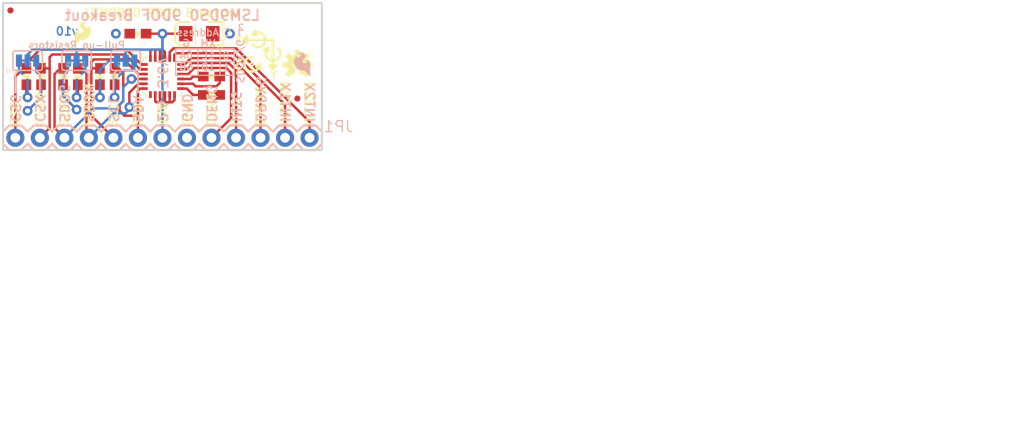
<source format=kicad_pcb>
(kicad_pcb (version 20211014) (generator pcbnew)
  (layers (0 "F.Cu" signal) (31 "B.Cu" signal) (34 "B.Paste" user) (35 "F.Paste" user) (36 "B.SilkS" user "B.Silkscreen") (37 "F.SilkS" user "F.Silkscreen") (38 "B.Mask" user) (39 "F.Mask" user) (44 "Edge.Cuts" user))
  (net 0 "")
  (net 1 "N$1")
  (net 2 "N$2")
  (net 3 "N$3")
  (net 4 "GND")
  (net 5 "VCC")
  (net 6 "SDA")
  (net 7 "SCL")
  (net 8 "N$6")
  (net 9 "N$7")
  (net 10 "INT2_XM")
  (net 11 "INT1_XM")
  (net 12 "DRDY_G")
  (net 13 "INT_G")
  (net 14 "DEN_G")
  (net 15 "CS_G")
  (net 16 "SDO_G")
  (net 17 "CS_XM")
  (net 18 "SDO_XM")
  (net 19 "N$4")
  (net 20 "N$5")
  (net 21 "N$12")
  (net 22 "N$13")
  (net 23 "N$8")
  (net 24 "N$9")
  (net 25 "N$10")
  (net 26 "N$11")
  (net 27 "N$14")
  (net 28 "N$15")
  (footprint "boardEagle:0603-CAP" (layer "F.Cu") (at 153.5811 105.0036)
    (fp_text reference "C2" (at -0.889 -0.762) (layer "F.SilkS") (effects (font (size 0.373888 0.373888) (thickness 0.032512)) (justify left bottom)))
    (fp_text value "0.22uF")
    (pad "1" smd rect (at -0.85 0) (size 1.1 1) (layers "F.Cu" "F.Paste" "F.Mask") (net 1 "N$1"))
    (pad "2" smd rect (at 0.85 0) (size 1.1 1) (layers "F.Cu" "F.Paste" "F.Mask") (net 2 "N$2"))
  )
  (footprint "boardEagle:0603-RES" (layer "F.Cu") (at 135.9281 105.0036 -90)
    (fp_text reference "R4" (at -0.889 -0.762 -90) (layer "F.SilkS") (effects (font (size 0.373888 0.373888) (thickness 0.032512)) (justify left bottom)))
    (fp_text value "10k")
    (pad "1" smd rect (at -0.85 0 270) (size 1.1 1) (layers "F.Cu" "F.Paste" "F.Mask") (net 17 "CS_XM"))
    (pad "2" smd rect (at 0.85 0 270) (size 1.1 1) (layers "F.Cu" "F.Paste" "F.Mask") (net 20 "N$5"))
  )
  (footprint "boardEagle:0603-RES" (layer "F.Cu") (at 142.0241 105.0036 -90)
    (fp_text reference "R2" (at -0.889 -0.762 -90) (layer "F.SilkS") (effects (font (size 0.373888 0.373888) (thickness 0.032512)) (justify left bottom)))
    (fp_text value "10k")
    (pad "1" smd rect (at -0.85 0 270) (size 1.1 1) (layers "F.Cu" "F.Paste" "F.Mask") (net 7 "SCL"))
    (pad "2" smd rect (at 0.85 0 270) (size 1.1 1) (layers "F.Cu" "F.Paste" "F.Mask") (net 9 "N$7"))
  )
  (footprint "boardEagle:0603-RES" (layer "F.Cu") (at 143.5481 105.0036 -90)
    (fp_text reference "R1" (at -0.889 -0.762 -90) (layer "F.SilkS") (effects (font (size 0.373888 0.373888) (thickness 0.032512)) (justify left bottom)))
    (fp_text value "10k")
    (pad "1" smd rect (at -0.85 0 270) (size 1.1 1) (layers "F.Cu" "F.Paste" "F.Mask") (net 6 "SDA"))
    (pad "2" smd rect (at 0.85 0 270) (size 1.1 1) (layers "F.Cu" "F.Paste" "F.Mask") (net 8 "N$6"))
  )
  (footprint "boardEagle:EIA3216" (layer "F.Cu") (at 152.3111 100.5586 180)
    (fp_text reference "C3" (at -2.54 -1.381 180) (layer "F.SilkS") (effects (font (size 0.373888 0.373888) (thickness 0.032512)) (justify right top)))
    (fp_text value "10uF")
    (pad "A" smd rect (at 1.4 0 270) (size 1.6 1.4) (layers "F.Cu" "F.Paste" "F.Mask") (net 5 "VCC"))
    (pad "C" smd rect (at -1.4 0 270) (size 1.6 1.4) (layers "F.Cu" "F.Paste" "F.Mask") (net 4 "GND"))
  )
  (footprint "boardEagle:MICRO-FIDUCIAL" (layer "F.Cu") (at 162.4711 107.2896)
    (fp_text reference "FID1" hide)
    (fp_text value "FIDUCIALUFIDUCIAL" hide)
    (pad "1" smd roundrect (at 0 0) (size 0.635 0.635) (layers "F.Cu" "F.Mask") (roundrect_rratio 0.5))
  )
  (footprint "boardEagle:0603-CAP" (layer "F.Cu") (at 153.5811 106.9086)
    (fp_text reference "C1" (at -0.889 -0.762) (layer "F.SilkS") (effects (font (size 0.373888 0.373888) (thickness 0.032512)) (justify left bottom)))
    (fp_text value "4.7uF")
    (pad "1" smd rect (at -0.85 0) (size 1.1 1) (layers "F.Cu" "F.Paste" "F.Mask") (net 3 "N$3"))
    (pad "2" smd rect (at 0.85 0) (size 1.1 1) (layers "F.Cu" "F.Paste" "F.Mask") (net 4 "GND"))
  )
  (footprint "boardEagle:SFE_LOGO_FLAME_.1" (layer "F.Cu") (at 139.1031 102.2096)
    (fp_text reference "LOGO3" hide)
    (fp_text value "SFE_LOGO_FLAME.1_INCH" hide)
  )
  (footprint "boardEagle:0603-RES" (layer "F.Cu") (at 138.2141 105.0036 -90)
    (fp_text reference "R6" (at -0.889 -0.762 -90) (layer "F.SilkS") (effects (font (size 0.373888 0.373888) (thickness 0.032512)) (justify left bottom)))
    (fp_text value "10k")
    (pad "1" smd rect (at -0.85 0 270) (size 1.1 1) (layers "F.Cu" "F.Paste" "F.Mask") (net 16 "SDO_G"))
    (pad "2" smd rect (at 0.85 0 270) (size 1.1 1) (layers "F.Cu" "F.Paste" "F.Mask") (net 22 "N$13"))
  )
  (footprint "boardEagle:0603-CAP" (layer "F.Cu") (at 145.9611 100.5586 180)
    (fp_text reference "C4" (at -0.889 -0.762 180) (layer "F.SilkS") (effects (font (size 0.373888 0.373888) (thickness 0.032512)) (justify right top)))
    (fp_text value "1.0uF")
    (pad "1" smd rect (at -0.85 0 180) (size 1.1 1) (layers "F.Cu" "F.Paste" "F.Mask") (net 5 "VCC"))
    (pad "2" smd rect (at 0.85 0 180) (size 1.1 1) (layers "F.Cu" "F.Paste" "F.Mask") (net 4 "GND"))
  )
  (footprint "boardEagle:LGA-24" (layer "F.Cu") (at 148.5011 105.0036 90)
    (fp_text reference "U1" (at 0 -1.143 90) (layer "F.SilkS") (effects (font (size 0.373888 0.373888) (thickness 0.032512))))
    (fp_text value "LSM9DS0")
    (pad "1" smd rect (at -1.875 -1.25 180) (size 0.29 0.7) (layers "F.Cu" "F.Paste" "F.Mask"))
    (pad "2" smd rect (at -1.875 -0.75 180) (size 0.29 0.7) (layers "F.Cu" "F.Paste" "F.Mask") (net 4 "GND"))
    (pad "3" smd rect (at -1.875 -0.25 180) (size 0.29 0.7) (layers "F.Cu" "F.Paste" "F.Mask") (net 4 "GND"))
    (pad "4" smd rect (at -1.875 0.25 180) (size 0.29 0.7) (layers "F.Cu" "F.Paste" "F.Mask") (net 4 "GND"))
    (pad "5" smd rect (at -1.875 0.75 180) (size 0.29 0.7) (layers "F.Cu" "F.Paste" "F.Mask") (net 4 "GND"))
    (pad "6" smd rect (at -1.875 1.25 180) (size 0.29 0.7) (layers "F.Cu" "F.Paste" "F.Mask") (net 4 "GND"))
    (pad "7" smd rect (at -1.25 1.875 270) (size 0.29 0.7) (layers "F.Cu" "F.Paste" "F.Mask") (net 3 "N$3"))
    (pad "8" smd rect (at -0.75 1.875 270) (size 0.29 0.7) (layers "F.Cu" "F.Paste" "F.Mask") (net 2 "N$2"))
    (pad "9" smd rect (at -0.25 1.875 270) (size 0.29 0.7) (layers "F.Cu" "F.Paste" "F.Mask") (net 1 "N$1"))
    (pad "10" smd rect (at 0.25 1.875 270) (size 0.29 0.7) (layers "F.Cu" "F.Paste" "F.Mask") (net 14 "DEN_G"))
    (pad "11" smd rect (at 0.75 1.875 270) (size 0.29 0.7) (layers "F.Cu" "F.Paste" "F.Mask") (net 13 "INT_G"))
    (pad "12" smd rect (at 1.25 1.875 270) (size 0.29 0.7) (layers "F.Cu" "F.Paste" "F.Mask") (net 12 "DRDY_G"))
    (pad "13" smd rect (at 1.875 1.25) (size 0.29 0.7) (layers "F.Cu" "F.Paste" "F.Mask") (net 11 "INT1_XM"))
    (pad "14" smd rect (at 1.875 0.75) (size 0.29 0.7) (layers "F.Cu" "F.Paste" "F.Mask") (net 10 "INT2_XM"))
    (pad "15" smd rect (at 1.875 0.25) (size 0.29 0.7) (layers "F.Cu" "F.Paste" "F.Mask") (net 5 "VCC"))
    (pad "16" smd rect (at 1.875 -0.25) (size 0.29 0.7) (layers "F.Cu" "F.Paste" "F.Mask") (net 5 "VCC"))
    (pad "17" smd rect (at 1.875 -0.75) (size 0.29 0.7) (layers "F.Cu" "F.Paste" "F.Mask") (net 5 "VCC"))
    (pad "18" smd rect (at 1.875 -1.25) (size 0.29 0.7) (layers "F.Cu" "F.Paste" "F.Mask") (net 5 "VCC"))
    (pad "19" smd rect (at 1.25 -1.875 90) (size 0.29 0.7) (layers "F.Cu" "F.Paste" "F.Mask") (net 15 "CS_G"))
    (pad "20" smd rect (at 0.75 -1.875 90) (size 0.29 0.7) (layers "F.Cu" "F.Paste" "F.Mask") (net 17 "CS_XM"))
    (pad "21" smd rect (at 0.25 -1.875 90) (size 0.29 0.7) (layers "F.Cu" "F.Paste" "F.Mask") (net 7 "SCL"))
    (pad "22" smd rect (at -0.25 -1.875 90) (size 0.29 0.7) (layers "F.Cu" "F.Paste" "F.Mask") (net 16 "SDO_G"))
    (pad "23" smd rect (at -0.75 -1.875 90) (size 0.29 0.7) (layers "F.Cu" "F.Paste" "F.Mask") (net 18 "SDO_XM"))
    (pad "24" smd rect (at -1.25 -1.875 90) (size 0.29 0.7) (layers "F.Cu" "F.Paste" "F.Mask") (net 6 "SDA"))
  )
  (footprint "boardEagle:0603-RES" (layer "F.Cu") (at 134.4041 105.0036 -90)
    (fp_text reference "R3" (at -0.889 -0.762 -90) (layer "F.SilkS") (effects (font (size 0.373888 0.373888) (thickness 0.032512)) (justify left bottom)))
    (fp_text value "10k")
    (pad "1" smd rect (at -0.85 0 270) (size 1.1 1) (layers "F.Cu" "F.Paste" "F.Mask") (net 15 "CS_G"))
    (pad "2" smd rect (at 0.85 0 270) (size 1.1 1) (layers "F.Cu" "F.Paste" "F.Mask") (net 19 "N$4"))
  )
  (footprint "boardEagle:STAND-OFF" (layer "F.Cu") (at 134.5311 99.9236)
    (fp_text reference "STANDOFF1" hide)
    (fp_text value "STAND-OFF" hide)
    (pad "" np_thru_hole circle (at 0 0) (size 3.302 3.302) (drill 3.302) (layers *.Cu *.Mask))
  )
  (footprint "boardEagle:MICRO-FIDUCIAL" (layer "F.Cu") (at 132.7531 98.1456)
    (fp_text reference "FID2" hide)
    (fp_text value "FIDUCIALUFIDUCIAL" hide)
    (pad "1" smd roundrect (at 0 0) (size 0.635 0.635) (layers "F.Cu" "F.Mask") (roundrect_rratio 0.5))
  )
  (footprint "boardEagle:STAND-OFF" (layer "F.Cu") (at 162.4711 99.9236)
    (fp_text reference "STANDOFF2" hide)
    (fp_text value "STAND-OFF" hide)
    (pad "" np_thru_hole circle (at 0 0) (size 3.302 3.302) (drill 3.302) (layers *.Cu *.Mask))
  )
  (footprint "boardEagle:CREATIVE_COMMONS" (layer "F.Cu") (at 154.8511 140.5636)
    (fp_text reference "FRAME1" hide)
    (fp_text value "FRAME-LETTER" hide)
  )
  (footprint "boardEagle:0603-RES" (layer "F.Cu") (at 139.7381 105.0036 -90)
    (fp_text reference "R5" (at -0.889 -0.762 -90) (layer "F.SilkS") (effects (font (size 0.373888 0.373888) (thickness 0.032512)) (justify left bottom)))
    (fp_text value "10k")
    (pad "1" smd rect (at -0.85 0 270) (size 1.1 1) (layers "F.Cu" "F.Paste" "F.Mask") (net 18 "SDO_XM"))
    (pad "2" smd rect (at 0.85 0 270) (size 1.1 1) (layers "F.Cu" "F.Paste" "F.Mask") (net 21 "N$12"))
  )
  (footprint "boardEagle:OSHW-LOGO-S" (layer "F.Cu") (at 162.4711 103.7971)
    (fp_text reference "LOGO1" hide)
    (fp_text value "OSHW-LOGOS" hide)
  )
  (footprint "boardEagle:SJ_3" (layer "B.Cu") (at 139.6111 103.3526)
    (fp_text reference "SJ3" (at -1.27 1.27 180) (layer "B.SilkS") (effects (font (size 0.373888 0.373888) (thickness 0.032512)) (justify left bottom mirror)))
    (fp_text value "")
    (pad "1" smd rect (at -0.889 0) (size 0.635 1.27) (layers "B.Cu" "B.Mask") (net 22 "N$13"))
    (pad "2" smd rect (at 0 0) (size 0.635 1.27) (layers "B.Cu" "B.Mask") (net 5 "VCC"))
    (pad "3" smd rect (at 0.889 0) (size 0.635 1.27) (layers "B.Cu" "B.Mask") (net 21 "N$12"))
  )
  (footprint "boardEagle:SJ_3" (layer "B.Cu") (at 144.6911 103.3526)
    (fp_text reference "SJ1" (at -1.27 1.27 180) (layer "B.SilkS") (effects (font (size 0.373888 0.373888) (thickness 0.032512)) (justify left bottom mirror)))
    (fp_text value "")
    (pad "1" smd rect (at -0.889 0) (size 0.635 1.27) (layers "B.Cu" "B.Mask") (net 9 "N$7"))
    (pad "2" smd rect (at 0 0) (size 0.635 1.27) (layers "B.Cu" "B.Mask") (net 5 "VCC"))
    (pad "3" smd rect (at 0.889 0) (size 0.635 1.27) (layers "B.Cu" "B.Mask") (net 8 "N$6"))
  )
  (footprint "boardEagle:1X13" (layer "B.Cu") (at 163.7411 111.3536 180)
    (fp_text reference "JP1" (at -1.3462 1.8288) (layer "B.SilkS") (effects (font (size 1.143 1.143) (thickness 0.127)) (justify right top mirror)))
    (fp_text value "M13")
    (pad "1" thru_hole circle (at 0 0 90) (size 1.8796 1.8796) (drill 1.016) (layers *.Cu *.Mask) (net 10 "INT2_XM"))
    (pad "2" thru_hole circle (at 2.54 0 90) (size 1.8796 1.8796) (drill 1.016) (layers *.Cu *.Mask) (net 11 "INT1_XM"))
    (pad "3" thru_hole circle (at 5.08 0 90) (size 1.8796 1.8796) (drill 1.016) (layers *.Cu *.Mask) (net 12 "DRDY_G"))
    (pad "4" thru_hole circle (at 7.62 0 90) (size 1.8796 1.8796) (drill 1.016) (layers *.Cu *.Mask) (net 13 "INT_G"))
    (pad "5" thru_hole circle (at 10.16 0 90) (size 1.8796 1.8796) (drill 1.016) (layers *.Cu *.Mask) (net 14 "DEN_G"))
    (pad "6" thru_hole circle (at 12.7 0 90) (size 1.8796 1.8796) (drill 1.016) (layers *.Cu *.Mask) (net 4 "GND"))
    (pad "7" thru_hole circle (at 15.24 0 90) (size 1.8796 1.8796) (drill 1.016) (layers *.Cu *.Mask) (net 5 "VCC"))
    (pad "8" thru_hole circle (at 17.78 0 90) (size 1.8796 1.8796) (drill 1.016) (layers *.Cu *.Mask) (net 6 "SDA"))
    (pad "9" thru_hole circle (at 20.32 0 90) (size 1.8796 1.8796) (drill 1.016) (layers *.Cu *.Mask) (net 7 "SCL"))
    (pad "10" thru_hole circle (at 22.86 0 90) (size 1.8796 1.8796) (drill 1.016) (layers *.Cu *.Mask) (net 18 "SDO_XM"))
    (pad "11" thru_hole circle (at 25.4 0 90) (size 1.8796 1.8796) (drill 1.016) (layers *.Cu *.Mask) (net 16 "SDO_G"))
    (pad "12" thru_hole circle (at 27.94 0 90) (size 1.8796 1.8796) (drill 1.016) (layers *.Cu *.Mask) (net 17 "CS_XM"))
    (pad "13" thru_hole circle (at 30.48 0 90) (size 1.8796 1.8796) (drill 1.016) (layers *.Cu *.Mask) (net 15 "CS_G"))
  )
  (footprint "boardEagle:SFE_LOGO_FLAME_.1" (layer "B.Cu") (at 164.1221 105.3846 180)
    (fp_text reference "LOGO2" hide)
    (fp_text value "SFE_LOGO_FLAME.1_INCH" hide)
  )
  (footprint "boardEagle:SJ_3" (layer "B.Cu") (at 134.5311 103.3526)
    (fp_text reference "SJ2" (at -1.27 1.27 180) (layer "B.SilkS") (effects (font (size 0.373888 0.373888) (thickness 0.032512)) (justify left bottom mirror)))
    (fp_text value "")
    (pad "1" smd rect (at -0.889 0) (size 0.635 1.27) (layers "B.Cu" "B.Mask") (net 19 "N$4"))
    (pad "2" smd rect (at 0 0) (size 0.635 1.27) (layers "B.Cu" "B.Mask") (net 5 "VCC"))
    (pad "3" smd rect (at 0.889 0) (size 0.635 1.27) (layers "B.Cu" "B.Mask") (net 20 "N$5"))
  )
  (gr_line (start 145.9611 104.7496) (end 145.6055 104.394) (layer "B.SilkS") (width 0.2032))
  (gr_line (start 152.1841 102.1334) (end 152.1841 104.8766) (layer "B.SilkS") (width 0.127))
  (gr_line (start 154.4701 102.1334) (end 154.4701 104.8766) (layer "B.SilkS") (width 0.127))
  (gr_line (start 133.6167 104.394) (end 133.2611 104.7496) (layer "B.SilkS") (width 0.2032))
  (gr_line (start 155.9179 102.1334) (end 155.9179 104.8766) (layer "B.SilkS") (width 0.127))
  (gr_line (start 145.9611 106.6546) (end 145.9611 104.7496) (layer "B.SilkS") (width 0.2032))
  (gr_line (start 149.8727 104.8766) (end 149.8727 103.4542) (layer "B.SilkS") (width 0.127))
  (gr_line (start 149.8727 102.1334) (end 152.1841 102.1334) (layer "B.SilkS") (width 0.127))
  (gr_line (start 138.3411 105.6386) (end 138.3411 104.7496) (layer "B.SilkS") (width 0.2032))
  (gr_line (start 138.6967 104.394) (end 138.3411 104.7496) (layer "B.SilkS") (width 0.2032))
  (gr_line (start 152.1841 104.8766) (end 149.8727 104.8766) (layer "B.SilkS") (width 0.127))
  (gr_line (start 143.7767 104.394) (end 143.4211 104.7496) (layer "B.SilkS") (width 0.2032))
  (gr_line (start 154.4701 102.1334) (end 155.9179 102.1334) (layer "B.SilkS") (width 0.127))
  (gr_line (start 149.8727 103.4542) (end 149.8727 102.1334) (layer "B.SilkS") (width 0.127))
  (gr_line (start 140.8811 105.6386) (end 140.8811 104.7496) (layer "B.SilkS") (width 0.2032))
  (gr_line (start 135.8011 106.6546) (end 135.8011 104.7496) (layer "B.SilkS") (width 0.2032))
  (gr_line (start 155.8925 103.4542) (end 149.8727 103.4542) (layer "B.SilkS") (width 0.127))
  (gr_line (start 143.4211 106.6546) (end 143.4211 104.7496) (layer "B.SilkS") (width 0.2032))
  (gr_line (start 154.4701 104.8766) (end 152.1841 104.8766) (layer "B.SilkS") (width 0.127))
  (gr_line (start 152.1841 102.1334) (end 154.4701 102.1334) (layer "B.SilkS") (width 0.127))
  (gr_line (start 155.9179 104.8766) (end 154.4701 104.8766) (layer "B.SilkS") (width 0.127))
  (gr_line (start 133.2611 106.6546) (end 133.2611 104.7496) (layer "B.SilkS") (width 0.2032))
  (gr_line (start 135.8011 104.7496) (end 135.4455 104.394) (layer "B.SilkS") (width 0.2032))
  (gr_line (start 140.8811 104.7496) (end 140.5255 104.394) (layer "B.SilkS") (width 0.2032))
  (gr_arc (start 160.487484 102.069944) (mid 159.905837 103.35218) (end 159.410446 102.034216) (layer "F.SilkS") (width 0.254))
  (gr_line (start 156.8831 101.1936) (end 157.2641 100.8126) (layer "F.SilkS") (width 0.254))
  (gr_line (start 157.2641 101.5746) (end 156.8831 101.1936) (layer "F.SilkS") (width 0.254))
  (gr_line (start 157.850715 100.672947) (end 158.248009 100.73165) (layer "F.SilkS") (width 0.254))
  (gr_line (start 159.9311 104.2416) (end 159.5501 103.8606) (layer "F.SilkS") (width 0.254))
  (gr_circle (center 157.7721 103.7336) (end 157.8356 103.7336) (layer "F.SilkS") (width 0.1778) (fill none))
  (gr_line (start 158.053021 100.270888) (end 157.850715 100.672947) (layer "F.SilkS") (width 0.254))
  (gr_line (start 158.6611 104.1654) (end 158.5341 103.7336) (layer "F.SilkS") (width 0.254))
  (gr_line (start 159.9311 101.1936) (end 156.8831 101.1936) (layer "F.SilkS") (width 0.254))
  (gr_line (start 159.008387 102.236522) (end 159.410446 102.034216) (layer "F.SilkS") (width 0.254))
  (gr_line (start 159.410446 102.034216) (end 159.46915 102.43151) (layer "F.SilkS") (width 0.254))
  (gr_line (start 158.4071 103.8606) (end 158.5341 103.8606) (layer "F.SilkS") (width 0.127))
  (gr_line (start 158.2039 103.9622) (end 158.6611 104.1654) (layer "F.SilkS") (width 0.254))
  (gr_line (start 158.081096 100.575454) (end 158.094878 100.449204) (layer "F.SilkS") (width 0.254))
  (gr_line (start 159.40449 102.340722) (end 159.317715 102.247991) (layer "F.SilkS") (width 0.127))
  (gr_line (start 158.4325 103.9622) (end 158.5087 104.0638) (layer "F.SilkS") (width 0.254))
  (gr_line (start 158.248009 100.73165) (end 158.053021 100.270888) (layer "F.SilkS") (width 0.254))
  (gr_arc (start 158.5341 103.7336) (mid 157.233285 104.272415) (end 157.7721 102.9716) (layer "F.SilkS") (width 0.254))
  (gr_line (start 159.312953 102.391597) (end 159.186703 102.405379) (layer "F.SilkS") (width 0.254))
  (gr_line (start 159.46915 102.43151) (end 159.008387 102.236522) (layer "F.SilkS") (width 0.254))
  (gr_line (start 160.3121 103.8606) (end 159.9311 104.2416) (layer "F.SilkS") (width 0.254))
  (gr_line (start 158.5341 103.7336) (end 158.2039 103.9622) (layer "F.SilkS") (width 0.254))
  (gr_line (start 158.030221 100.666991) (end 157.93749 100.580216) (layer "F.SilkS") (width 0.127))
  (gr_arc (start 157.850715 100.672947) (mid 159.168679 101.168338) (end 157.886443 101.749985) (layer "F.SilkS") (width 0.254))
  (gr_line (start 157.2641 100.8126) (end 157.2641 101.5746) (layer "F.SilkS") (width 0.254))
  (gr_line (start 159.9311 101.1936) (end 159.9311 104.2416) (layer "F.SilkS") (width 0.254))
  (gr_line (start 159.5501 103.8606) (end 160.3121 103.8606) (layer "F.SilkS") (width 0.254))
  (gr_line (start 165.0111 97.3836) (end 165.0111 112.6236) (layer "Edge.Cuts") (width 0.2032))
  (gr_line (start 131.9911 97.3836) (end 165.0111 97.3836) (layer "Edge.Cuts") (width 0.2032))
  (gr_line (start 165.0111 112.6236) (end 131.9911 112.6236) (layer "Edge.Cuts") (width 0.2032))
  (gr_line (start 131.9911 112.6236) (end 131.9911 97.3836) (layer "Edge.Cuts") (width 0.2032))
  (gr_text "v10" (at 139.8651 100.3046) (layer "B.Cu") (effects (font (size 0.8636 0.8636) (thickness 0.1524)) (justify left mirror)))
  (gr_text "2" (at 156.6291 99.9236) (layer "B.SilkS") (effects (font (size 0.6477 0.6477) (thickness 0.1143)) (justify mirror)))
  (gr_text "CSG" (at 133.2611 109.8296 -90) (layer "B.SilkS") (effects (font (size 0.97155 0.97155) (thickness 0.17145)) (justify left mirror)))
  (gr_text "GND" (at 151.0411 109.8296 -90) (layer "B.SilkS") (effects (font (size 0.97155 0.97155) (thickness 0.17145)) (justify left mirror)))
  (gr_text "DRDYG" (at 158.6611 109.8296 -90) (layer "B.SilkS") (effects (font (size 0.97155 0.97155) (thickness 0.17145)) (justify left mirror)))
  (gr_text "INT2X" (at 163.7411 109.8296 -90) (layer "B.SilkS") (effects (font (size 0.97155 0.97155) (thickness 0.17145)) (justify left mirror)))
  (gr_text "SCL" (at 143.4211 109.8296 -90) (layer "B.SilkS") (effects (font (size 0.97155 0.97155) (thickness 0.17145)) (justify left mirror)))
  (gr_text "LSM9DS0 9DOF Breakout" (at 148.5011 98.6536) (layer "B.SilkS") (effects (font (size 1.0795 1.0795) (thickness 0.1905)) (justify mirror)))
  (gr_text "I C Address" (at 153.3017 100.4316) (layer "B.SilkS") (effects (font (size 0.75565 0.75565) (thickness 0.13335)) (justify mirror)))
  (gr_text "G\n6A\n6B" (at 150.9649 102.7684) (layer "B.SilkS") (effects (font (size 0.75565 0.75565) (thickness 0.13335)) (justify mirror)))
  (gr_text "DENG" (at 153.5811 109.8296 -90) (layer "B.SilkS") (effects (font (size 0.97155 0.97155) (thickness 0.17145)) (justify left mirror)))
  (gr_text "Pull-up Resistors" (at 139.6111 101.7524) (layer "B.SilkS") (effects (font (size 0.73406 0.73406) (thickness 0.12954)) (justify mirror)))
  (gr_text "SDOX" (at 140.8811 109.8296 -90) (layer "B.SilkS") (effects (font (size 0.97155 0.97155) (thickness 0.17145)) (justify left mirror)))
  (gr_text "INTG" (at 156.1211 109.8296 -90) (layer "B.SilkS") (effects (font (size 0.97155 0.97155) (thickness 0.17145)) (justify left mirror)))
  (gr_text "INT1X" (at 161.2011 109.8296 -90) (layer "B.SilkS") (effects (font (size 0.97155 0.97155) (thickness 0.17145)) (justify left mirror)))
  (gr_text "2.4-3.6V" (at 148.5011 109.8296 -90) (layer "B.SilkS") (effects (font (size 0.97155 0.97155) (thickness 0.17145)) (justify left mirror)))
  (gr_text "SDOG" (at 138.3411 109.8296 -90) (layer "B.SilkS") (effects (font (size 0.97155 0.97155) (thickness 0.17145)) (justify left mirror)))
  (gr_text "CSX" (at 135.8011 109.8296 -90) (layer "B.SilkS") (effects (font (size 0.97155 0.97155) (thickness 0.17145)) (justify left mirror)))
  (gr_text "SDA" (at 145.9611 109.8296 -90) (layer "B.SilkS") (effects (font (size 0.97155 0.97155) (thickness 0.17145)) (justify left mirror)))
  (gr_text "XM\n1E\n1D" (at 153.2255 102.7938) (layer "B.SilkS") (effects (font (size 0.75565 0.75565) (thickness 0.13335)) (justify mirror)))
  (gr_text "0\n1" (at 155.0797 103.4542) (layer "B.SilkS") (effects (font (size 0.75565 0.75565) (thickness 0.13335)) (justify mirror)))
  (gr_text "SDOX/G" (at 156.5275 103.4034 -90) (layer "B.SilkS") (effects (font (size 0.75565 0.75565) (thickness 0.13335)) (justify mirror)))
  (gr_text "X" (at 155.8671 101.1936) (layer "F.SilkS") (effects (font (size 0.8636 0.8636) (thickness 0.1524)) (justify left)))
  (gr_text "Y" (at 159.5501 104.8766) (layer "F.SilkS") (effects (font (size 0.8636 0.8636) (thickness 0.1524)) (justify left)))
  (gr_text "SCL" (at 143.4211 110.2106 90) (layer "F.SilkS") (effects (font (size 0.8636 0.8636) (thickness 0.1524)) (justify left)))
  (gr_text "SDA" (at 145.9611 110.2106 90) (layer "F.SilkS") (effects (font (size 0.8636 0.8636) (thickness 0.1524)) (justify left)))
  (gr_text "SDOG" (at 138.3411 110.2106 90) (layer "F.SilkS") (effects (font (size 0.8636 0.8636) (thickness 0.1524)) (justify left)))
  (gr_text "DENG" (at 153.5811 110.2106 90) (layer "F.SilkS") (effects (font (size 0.8636 0.8636) (thickness 0.1524)) (justify left)))
  (gr_text "DRDYG" (at 158.6611 110.2106 90) (layer "F.SilkS") (effects (font (size 0.8636 0.8636) (thickness 0.1524)) (justify left)))
  (gr_text "INT2XM" (at 163.7411 110.2106 90) (layer "F.SilkS") (effects (font (size 0.8636 0.8636) (thickness 0.1524)) (justify left)))
  (gr_text "INTG" (at 156.1211 110.2106 90) (layer "F.SilkS") (effects (font (size 0.8636 0.8636) (thickness 0.1524)) (justify left)))
  (gr_text "CSXM" (at 135.8011 110.2106 90) (layer "F.SilkS") (effects (font (size 0.8636 0.8636) (thickness 0.1524)) (justify left)))
  (gr_text "INT1XM" (at 161.2011 110.2106 90) (layer "F.SilkS") (effects (font (size 0.8636 0.8636) (thickness 0.1524)) (justify left)))
  (gr_text "GND" (at 151.0411 110.2106 90) (layer "F.SilkS") (effects (font (size 0.8636 0.8636) (thickness 0.1524)) (justify left)))
  (gr_text "Z" (at 156.8831 103.7336) (layer "F.SilkS") (effects (font (size 0.8636 0.8636) (thickness 0.1524)) (justify right)))
  (gr_text "CSG" (at 133.2611 110.2106 90) (layer "F.SilkS") (effects (font (size 0.8636 0.8636) (thickness 0.1524)) (justify left)))
  (gr_text "SDOXM" (at 140.8811 110.2106 90) (layer "F.SilkS") (effects (font (size 0.8636 0.8636) (thickness 0.1524)) (justify left)))
  (gr_text "VDD" (at 148.5011 110.2106 90) (layer "F.SilkS") (effects (font (size 0.8636 0.8636) (thickness 0.1524)) (justify left)))
  (gr_text "LSM9DS0 9DOF Breakout" (at 148.5011 98.3996) (layer "F.SilkS") (effects (font (size 0.8636 0.8636) (thickness 0.1524))))
  (segment (start 150.3761 105.2536) (end 151.4261 105.2536) (width 0.254) (layer "F.Cu") (net 1))
  (segment (start 152.7311 105.0036) (end 151.6761 105.0036) (width 0.254) (layer "F.Cu") (net 1))
  (segment (start 151.4261 105.2536) (end 151.6761 105.0036) (width 0.254) (layer "F.Cu") (net 1))
  (segment (start 151.9301 106.0196) (end 154.0891 106.0196) (width 0.254) (layer "F.Cu") (net 2))
  (segment (start 151.6641 105.7536) (end 151.9301 106.0196) (width 0.254) (layer "F.Cu") (net 2))
  (segment (start 154.4311 105.0036) (end 154.4311 105.6776) (width 0.254) (layer "F.Cu") (net 2))
  (segment (start 150.3761 105.7536) (end 151.6641 105.7536) (width 0.254) (layer "F.Cu") (net 2))
  (segment (start 154.0891 106.0196) (end 154.4311 105.6776) (width 0.254) (layer "F.Cu") (net 2))
  (segment (start 151.6761 106.9086) (end 151.0211 106.2536) (width 0.254) (layer "F.Cu") (net 3))
  (segment (start 150.3761 106.2536) (end 151.0211 106.2536) (width 0.254) (layer "F.Cu") (net 3))
  (segment (start 152.7311 106.9086) (end 151.6761 106.9086) (width 0.254) (layer "F.Cu") (net 3))
  (segment (start 148.2511 106.8786) (end 148.2511 107.6666) (width 0.254) (layer "F.Cu") (net 4))
  (segment (start 149.7511 107.4366) (end 149.5171 107.6706) (width 0.254) (layer "F.Cu") (net 4))
  (segment (start 149.2631 107.6706) (end 148.7551 107.6706) (width 0.254) (layer "F.Cu") (net 4))
  (segment (start 147.7511 106.8786) (end 147.7511 107.5556) (width 0.254) (layer "F.Cu") (net 4))
  (segment (start 148.2471 107.6706) (end 147.8661 107.6706) (width 0.254) (layer "F.Cu") (net 4))
  (segment (start 149.2511 106.8786) (end 149.2511 107.6586) (width 0.254) (layer "F.Cu") (net 4))
  (segment (start 147.7511 107.5556) (end 147.8661 107.6706) (width 0.254) (layer "F.Cu") (net 4))
  (segment (start 148.2511 107.6666) (end 148.2471 107.6706) (width 0.254) (layer "F.Cu") (net 4))
  (segment (start 149.7511 106.8786) (end 149.7511 107.4366) (width 0.254) (layer "F.Cu") (net 4))
  (segment (start 148.7511 106.8786) (end 148.7511 107.6666) (width 0.254) (layer "F.Cu") (net 4))
  (segment (start 148.7511 107.6666) (end 148.7551 107.6706) (width 0.254) (layer "F.Cu") (net 4))
  (segment (start 149.2511 107.6586) (end 149.2631 107.6706) (width 0.254) (layer "F.Cu") (net 4))
  (segment (start 149.5171 107.6706) (end 149.2631 107.6706) (width 0.254) (layer "F.Cu") (net 4))
  (segment (start 148.7551 107.6706) (end 148.2471 107.6706) (width 0.254) (layer "F.Cu") (net 4))
  (via (at 155.4861 100.5586) (size 1.016) (drill 0.508) (layers "F.Cu" "B.Cu") (net 4))
  (via (at 143.6751 100.5586) (size 1.016) (drill 0.508) (layers "F.Cu" "B.Cu") (net 4))
  (segment (start 147.2511 102.3166) (end 147.3581 102.2096) (width 0.254) (layer "F.Cu") (net 5))
  (segment (start 147.7391 102.2096) (end 148.2471 102.2096) (width 0.254) (layer "F.Cu") (net 5))
  (segment (start 148.2471 102.2096) (end 148.5011 102.2096) (width 0.254) (layer "F.Cu") (net 5))
  (segment (start 148.2511 103.1286) (end 148.2511 102.2136) (width 0.254) (layer "F.Cu") (net 5))
  (segment (start 150.9111 100.5586) (end 148.5011 100.5586) (width 0.254) (layer "F.Cu") (net 5))
  (segment (start 148.7511 102.4596) (end 148.5011 102.2096) (width 0.254) (layer "F.Cu") (net 5))
  (segment (start 147.3581 102.2096) (end 147.7391 102.2096) (width 0.254) (layer "F.Cu") (net 5))
  (segment (start 148.5011 102.2096) (end 148.5011 100.5586) (width 0.254) (layer "F.Cu") (net 5))
  (segment (start 148.7511 103.1286) (end 148.7511 102.4596) (width 0.254) (layer "F.Cu") (net 5))
  (segment (start 148.2511 102.2136) (end 148.2471 102.2096) (width 0.254) (layer "F.Cu") (net 5))
  (segment (start 147.7511 102.2216) (end 147.7391 102.2096) (width 0.254) (layer "F.Cu") (net 5))
  (segment (start 147.7511 103.1286) (end 147.7511 102.2216) (width 0.254) (layer "F.Cu") (net 5))
  (segment (start 147.2511 103.1286) (end 147.2511 102.3166) (width 0.254) (layer "F.Cu") (net 5))
  (segment (start 148.5011 100.5586) (end 146.8111 100.5586) (width 0.254) (layer "F.Cu") (net 5))
  (via (at 148.5011 100.5586) (size 1.016) (drill 0.508) (layers "F.Cu" "B.Cu") (net 5))
  (segment (start 134.5311 102.7176) (end 135.0391 102.2096) (width 0.254) (layer "B.Cu") (net 5))
  (segment (start 139.6111 102.2096) (end 144.6911 102.2096) (width 0.254) (layer "B.Cu") (net 5))
  (segment (start 148.5011 111.3536) (end 148.5011 102.2096) (width 0.254) (layer "B.Cu") (net 5))
  (segment (start 134.5311 103.3526) (end 134.5311 102.7176) (width 0.254) (layer "B.Cu") (net 5))
  (segment (start 144.6911 103.3526) (end 144.6911 102.2096) (width 0.254) (layer "B.Cu") (net 5))
  (segment (start 135.0391 102.2096) (end 139.6111 102.2096) (width 0.254) (layer "B.Cu") (net 5))
  (segment (start 148.5011 102.2096) (end 148.5011 100.5586) (width 0.254) (layer "B.Cu") (net 5))
  (segment (start 144.6911 102.2096) (end 148.5011 102.2096) (width 0.254) (layer "B.Cu") (net 5))
  (segment (start 139.6111 103.3526) (end 139.6111 102.2096) (width 0.254) (layer "B.Cu") (net 5))
  (segment (start 145.9611 106.4768) (end 145.9611 109.0676) (width 0.254) (layer "F.Cu") (net 6))
  (segment (start 143.9681 104.1536) (end 144.4371 104.6226) (width 0.254) (layer "F.Cu") (net 6))
  (segment (start 144.4371 107.5436) (end 144.0561 107.9246) (width 0.254) (layer "F.Cu") (net 6))
  (segment (start 144.4371 104.6226) (end 144.4371 107.5436) (width 0.254) (layer "F.Cu") (net 6))
  (segment (start 144.5641 109.0676) (end 145.9611 109.0676) (width 0.254) (layer "F.Cu") (net 6))
  (segment (start 146.1843 106.2536) (end 145.9611 106.4768) (width 0.254) (layer "F.Cu") (net 6))
  (segment (start 146.6261 106.2536) (end 146.1843 106.2536) (width 0.254) (layer "F.Cu") (net 6))
  (segment (start 144.0561 108.5596) (end 144.5641 109.0676) (width 0.254) (layer "F.Cu") (net 6))
  (segment (start 145.9611 109.0676) (end 145.9611 111.3536) (width 0.254) (layer "F.Cu") (net 6))
  (segment (start 143.5481 104.1536) (end 143.9681 104.1536) (width 0.254) (layer "F.Cu") (net 6))
  (segment (start 144.0561 107.9246) (end 144.0561 108.5596) (width 0.254) (layer "F.Cu") (net 6))
  (segment (start 142.0241 104.1536) (end 141.1741 104.1536) (width 0.254) (layer "F.Cu") (net 7))
  (segment (start 141.1351 104.1146) (end 141.1351 103.4796) (width 0.254) (layer "F.Cu") (net 7))
  (segment (start 146.0032 104.7536) (end 144.4752 103.2256) (width 0.254) (layer "F.Cu") (net 7))
  (segment (start 144.4752 103.2256) (end 141.3891 103.2256) (width 0.254) (layer "F.Cu") (net 7))
  (segment (start 141.3891 103.2256) (end 141.1351 103.4796) (width 0.254) (layer "F.Cu") (net 7))
  (segment (start 146.6261 104.7536) (end 146.0032 104.7536) (width 0.254) (layer "F.Cu") (net 7))
  (segment (start 143.4211 111.3536) (end 141.1351 109.0676) (width 0.254) (layer "F.Cu") (net 7))
  (segment (start 141.1351 109.0676) (end 141.1351 104.1146) (width 0.254) (layer "F.Cu") (net 7))
  (segment (start 141.1741 104.1536) (end 141.1351 104.1146) (width 0.254) (layer "F.Cu") (net 7))
  (segment (start 143.5481 105.8536) (end 143.5481 107.1626) (width 0.254) (layer "F.Cu") (net 8))
  (via (at 143.5481 107.1626) (size 1.016) (drill 0.508) (layers "F.Cu" "B.Cu") (net 8))
  (segment (start 145.5801 104.1781) (end 145.3896 104.3686) (width 0.254) (layer "B.Cu") (net 8))
  (segment (start 145.5801 103.3526) (end 145.5801 104.1781) (width 0.254) (layer "B.Cu") (net 8))
  (segment (start 143.5481 107.1626) (end 143.5481 105.3846) (width 0.254) (layer "B.Cu") (net 8))
  (segment (start 144.5641 104.3686) (end 143.5481 105.3846) (width 0.254) (layer "B.Cu") (net 8))
  (segment (start 145.3896 104.3686) (end 144.5641 104.3686) (width 0.254) (layer "B.Cu") (net 8))
  (segment (start 142.0241 105.8536) (end 142.0241 107.1626) (width 0.254) (layer "F.Cu") (net 9))
  (via (at 142.0241 107.1626) (size 1.016) (drill 0.508) (layers "F.Cu" "B.Cu") (net 9))
  (segment (start 142.9766 103.3526) (end 142.0241 104.3051) (width 0.254) (layer "B.Cu") (net 9))
  (segment (start 142.0241 107.1626) (end 142.0241 104.3051) (width 0.254) (layer "B.Cu") (net 9))
  (segment (start 143.8021 103.3526) (end 142.9766 103.3526) (width 0.254) (layer "B.Cu") (net 9))
  (segment (start 149.2511 102.4756) (end 149.6441 102.0826) (width 0.254) (layer "F.Cu") (net 10))
  (segment (start 156.1211 102.0826) (end 163.7411 109.7026) (width 0.254) (layer "F.Cu") (net 10))
  (segment (start 149.2511 103.1286) (end 149.2511 102.4756) (width 0.254) (layer "F.Cu") (net 10))
  (segment (start 163.7411 109.7026) (end 163.7411 111.3536) (width 0.254) (layer "F.Cu") (net 10))
  (segment (start 149.6441 102.0826) (end 156.1211 102.0826) (width 0.254) (layer "F.Cu") (net 10))
  (segment (start 149.7511 102.7376) (end 149.8981 102.5906) (width 0.254) (layer "F.Cu") (net 11))
  (segment (start 161.2011 107.9246) (end 155.8671 102.5906) (width 0.254) (layer "F.Cu") (net 11))
  (segment (start 149.7511 103.1286) (end 149.7511 102.7376) (width 0.254) (layer "F.Cu") (net 11))
  (segment (start 149.8981 102.5906) (end 155.8671 102.5906) (width 0.254) (layer "F.Cu") (net 11))
  (segment (start 161.2011 111.3536) (end 161.2011 107.9246) (width 0.254) (layer "F.Cu") (net 11))
  (segment (start 150.7925 103.7536) (end 151.4475 103.0986) (width 0.254) (layer "F.Cu") (net 12))
  (segment (start 155.6131 103.0986) (end 158.6611 106.1466) (width 0.254) (layer "F.Cu") (net 12))
  (segment (start 158.6611 106.1466) (end 158.6611 111.3536) (width 0.254) (layer "F.Cu") (net 12))
  (segment (start 151.4475 103.0986) (end 155.6131 103.0986) (width 0.254) (layer "F.Cu") (net 12))
  (segment (start 150.3761 103.7536) (end 150.7925 103.7536) (width 0.254) (layer "F.Cu") (net 12))
  (segment (start 155.3591 103.6066) (end 156.1211 104.3686) (width 0.254) (layer "F.Cu") (net 13))
  (segment (start 150.9529 104.2536) (end 151.5999 103.6066) (width 0.254) (layer "F.Cu") (net 13))
  (segment (start 156.1211 111.3536) (end 156.1211 104.3686) (width 0.254) (layer "F.Cu") (net 13))
  (segment (start 151.5999 103.6066) (end 155.3591 103.6066) (width 0.254) (layer "F.Cu") (net 13))
  (segment (start 150.3761 104.2536) (end 150.9529 104.2536) (width 0.254) (layer "F.Cu") (net 13))
  (segment (start 151.1641 104.7536) (end 151.8031 104.1146) (width 0.254) (layer "F.Cu") (net 14))
  (segment (start 155.1051 104.1146) (end 155.6131 104.6226) (width 0.254) (layer "F.Cu") (net 14))
  (segment (start 150.3761 104.7536) (end 151.1641 104.7536) (width 0.254) (layer "F.Cu") (net 14))
  (segment (start 155.6131 109.3216) (end 153.5811 111.3536) (width 0.254) (layer "F.Cu") (net 14))
  (segment (start 155.6131 104.6226) (end 155.6131 109.3216) (width 0.254) (layer "F.Cu") (net 14))
  (segment (start 151.8031 104.1146) (end 155.1051 104.1146) (width 0.254) (layer "F.Cu") (net 14))
  (segment (start 133.2611 111.3536) (end 133.2611 105.0036) (width 0.254) (layer "F.Cu") (net 15))
  (segment (start 134.4041 103.6066) (end 135.8011 102.2096) (width 0.254) (layer "F.Cu") (net 15))
  (segment (start 134.4041 104.1536) (end 134.1111 104.1536) (width 0.254) (layer "F.Cu") (net 15))
  (segment (start 146.6261 103.7536) (end 146.324 103.7536) (width 0.254) (layer "F.Cu") (net 15))
  (segment (start 135.8011 102.2096) (end 144.78 102.2096) (width 0.254) (layer "F.Cu") (net 15))
  (segment (start 134.1111 104.1536) (end 133.2611 105.0036) (width 0.254) (layer "F.Cu") (net 15))
  (segment (start 134.4041 104.1536) (end 134.4041 103.6066) (width 0.254) (layer "F.Cu") (net 15))
  (segment (start 144.78 102.2096) (end 146.324 103.7536) (width 0.254) (layer "F.Cu") (net 15))
  (segment (start 137.3251 104.7496) (end 137.3251 110.3376) (width 0.254) (layer "F.Cu") (net 16))
  (segment (start 137.3251 110.3376) (end 138.3411 111.3536) (width 0.254) (layer "F.Cu") (net 16))
  (segment (start 137.9211 104.1536) (end 137.3251 104.7496) (width 0.254) (layer "F.Cu") (net 16))
  (segment (start 146.6261 105.2536) (end 145.292 105.2536) (width 0.254) (layer "F.Cu") (net 16))
  (segment (start 138.2141 104.1536) (end 137.9211 104.1536) (width 0.254) (layer "F.Cu") (net 16))
  (via (at 145.292 105.2536) (size 1.016) (drill 0.508) (layers "F.Cu" "B.Cu") (net 16))
  (segment (start 144.4371 106.1085) (end 145.292 105.2536) (width 0.254) (layer "B.Cu") (net 16))
  (segment (start 141.3891 108.3056) (end 138.3411 111.3536) (width 0.254) (layer "B.Cu") (net 16))
  (segment (start 144.4371 107.5436) (end 143.6751 108.3056) (width 0.254) (layer "B.Cu") (net 16))
  (segment (start 143.6751 108.3056) (end 141.3891 108.3056) (width 0.254) (layer "B.Cu") (net 16))
  (segment (start 144.4371 107.5436) (end 144.4371 106.1085) (width 0.254) (layer "B.Cu") (net 16))
  (segment (start 136.8171 104.2416) (end 136.8171 102.9836) (width 0.254) (layer "F.Cu") (net 17))
  (segment (start 135.8011 111.3536) (end 136.8171 110.3376) (width 0.254) (layer "F.Cu") (net 17))
  (segment (start 135.9281 104.1536) (end 136.7291 104.1536) (width 0.254) (layer "F.Cu") (net 17))
  (segment (start 144.6276 102.7176) (end 137.0831 102.7176) (width 0.254) (layer "F.Cu") (net 17))
  (segment (start 136.8171 110.3376) (end 136.8171 104.2416) (width 0.254) (layer "F.Cu") (net 17))
  (segment (start 146.1636 104.2536) (end 144.6276 102.7176) (width 0.254) (layer "F.Cu") (net 17))
  (segment (start 137.0831 102.7176) (end 136.8171 102.9836) (width 0.254) (layer "F.Cu") (net 17))
  (segment (start 146.6261 104.2536) (end 146.1636 104.2536) (width 0.254) (layer "F.Cu") (net 17))
  (segment (start 136.7291 104.1536) (end 136.8171 104.2416) (width 0.254) (layer "F.Cu") (net 17))
  (segment (start 139.7381 104.1536) (end 140.1581 104.1536) (width 0.254) (layer "F.Cu") (net 18))
  (segment (start 140.1581 104.1536) (end 140.6271 104.6226) (width 0.254) (layer "F.Cu") (net 18))
  (segment (start 146.6261 105.7536) (end 145.9985 105.7536) (width 0.254) (layer "F.Cu") (net 18))
  (segment (start 140.8811 111.3536) (end 140.6271 111.0996) (width 0.254) (layer "F.Cu") (net 18))
  (segment (start 145.9985 105.7536) (end 145.0721 106.68) (width 0.254) (layer "F.Cu") (net 18))
  (segment (start 145.0721 108.1786) (end 145.0721 106.68) (width 0.254) (layer "F.Cu") (net 18))
  (segment (start 140.6271 104.6226) (end 140.6271 111.0996) (width 0.254) (layer "F.Cu") (net 18))
  (via (at 145.0721 108.1786) (size 1.016) (drill 0.508) (layers "F.Cu" "B.Cu") (net 18))
  (segment (start 145.0721 108.4326) (end 144.6911 108.8136) (width 0.254) (layer "B.Cu") (net 18))
  (segment (start 145.0721 108.1786) (end 145.0721 108.4326) (width 0.254) (layer "B.Cu") (net 18))
  (segment (start 143.4211 108.8136) (end 140.8811 111.3536) (width 0.254) (layer "B.Cu") (net 18))
  (segment (start 144.6911 108.8136) (end 143.4211 108.8136) (width 0.254) (layer "B.Cu") (net 18))
  (segment (start 134.4041 105.8536) (end 134.4041 107.0356) (width 0.254) (layer "F.Cu") (net 19))
  (segment (start 134.4041 107.0356) (end 134.5311 107.1626) (width 0.254) (layer "F.Cu") (net 19))
  (via (at 134.5311 107.1626) (size 1.016) (drill 0.508) (layers "F.Cu" "B.Cu") (net 19))
  (segment (start 133.6421 104.3686) (end 134.5311 105.2576) (width 0.254) (layer "B.Cu") (net 19))
  (segment (start 134.5311 105.2576) (end 134.5311 107.1626) (width 0.254) (layer "B.Cu") (net 19))
  (segment (start 133.6421 103.3526) (end 133.6421 104.3686) (width 0.254) (layer "B.Cu") (net 19))
  (segment (start 135.9281 107.1626) (end 134.5311 108.5596) (width 0.254) (layer "F.Cu") (net 20))
  (segment (start 135.9281 105.8536) (end 135.9281 107.1626) (width 0.254) (layer "F.Cu") (net 20))
  (via (at 134.5311 108.5596) (size 1.016) (drill 0.508) (layers "F.Cu" "B.Cu") (net 20))
  (segment (start 135.9281 105.0036) (end 135.9281 107.1626) (width 0.254) (layer "B.Cu") (net 20))
  (segment (start 135.4201 103.3526) (end 135.4201 104.4956) (width 0.254) (layer "B.Cu") (net 20))
  (segment (start 135.9281 107.1626) (end 134.5311 108.5596) (width 0.254) (layer "B.Cu") (net 20))
  (segment (start 135.4201 104.4956) (end 135.9281 105.0036) (width 0.254) (layer "B.Cu") (net 20))
  (segment (start 139.7381 105.8536) (end 139.7381 107.0356) (width 0.254) (layer "F.Cu") (net 21))
  (segment (start 139.7381 107.0356) (end 139.6111 107.1626) (width 0.254) (layer "F.Cu") (net 21))
  (via (at 139.6111 107.1626) (size 1.016) (drill 0.508) (layers "F.Cu" "B.Cu") (net 21))
  (segment (start 140.5001 104.3686) (end 139.6111 105.2576) (width 0.254) (layer "B.Cu") (net 21))
  (segment (start 140.5001 103.3526) (end 140.5001 104.3686) (width 0.254) (layer "B.Cu") (net 21))
  (segment (start 139.6111 105.2576) (end 139.6111 107.1626) (width 0.254) (layer "B.Cu") (net 21))
  (segment (start 138.2141 105.8536) (end 138.2141 107.0356) (width 0.254) (layer "F.Cu") (net 22))
  (segment (start 138.2141 107.0356) (end 139.6111 108.4326) (width 0.254) (layer "F.Cu") (net 22))
  (via (at 139.6111 108.4326) (size 1.016) (drill 0.508) (layers "F.Cu" "B.Cu") (net 22))
  (segment (start 138.7221 103.3526) (end 138.7221 104.3686) (width 0.254) (layer "B.Cu") (net 22))
  (segment (start 138.2141 104.8766) (end 138.2141 107.0356) (width 0.254) (layer "B.Cu") (net 22))
  (segment (start 138.2141 107.0356) (end 139.6111 108.4326) (width 0.254) (layer "B.Cu") (net 22))
  (segment (start 138.7221 104.3686) (end 138.2141 104.8766) (width 0.254) (layer "B.Cu") (net 22))
  (segment (start 133.7691 103.3526) (end 134.4041 103.3526) (width 0.254) (layer "B.Cu") (net 23))
  (segment (start 134.6581 103.3526) (end 135.2931 103.3526) (width 0.254) (layer "B.Cu") (net 24))
  (segment (start 138.8491 103.3526) (end 139.4841 103.3526) (width 0.254) (layer "B.Cu") (net 25))
  (segment (start 139.7381 103.3526) (end 140.3731 103.3526) (width 0.254) (layer "B.Cu") (net 26))
  (segment (start 143.9291 103.3526) (end 144.5641 103.3526) (width 0.254) (layer "B.Cu") (net 27))
  (segment (start 144.8181 103.3526) (end 145.4531 103.3526) (width 0.254) (layer "B.Cu") (net 28))
)
</source>
